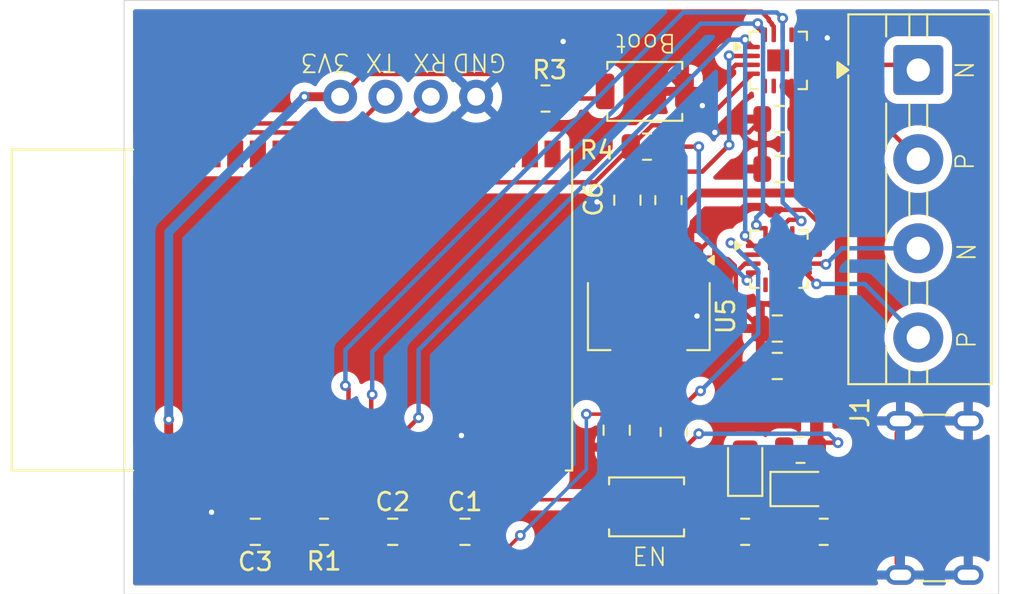
<source format=kicad_pcb>
(kicad_pcb (version 20241229) (generator "pcbnew") (generator_version "9.0")
  (layers (0 "F.Cu" signal) (2 "B.Cu" signal) (13 "F.Paste" user) (15 "B.Paste" user) (5 "F.SilkS" user "F.Silkscreen") (7 "B.SilkS" user "B.Silkscreen") (1 "F.Mask" user) (3 "B.Mask" user) (25 "Edge.Cuts" user))
  (net 0 "")
  (net 1 "+3V3")
  (net 2 "GND")
  (net 3 "/EN")
  (net 4 "+5V")
  (net 5 "Net-(D1-A)")
  (net 6 "Net-(J1-CC2)")
  (net 7 "Net-(J1-CC1)")
  (net 8 "Net-(J2-Pin_2)")
  (net 9 "Net-(J2-Pin_3)")
  (net 10 "Net-(J2-Pin_4)")
  (net 11 "Net-(J2-Pin_1)")
  (net 12 "/RX")
  (net 13 "/TX")
  (net 14 "Net-(U1-GPIO0{slash}BOOT{slash}ADC2_CH1)")
  (net 15 "Net-(U3-~{SD_MODE})")
  (net 16 "/GPIO18")
  (net 17 "Net-(U2-GAIN_SLOT)")
  (net 18 "Net-(U3-GAIN_SLOT)")
  (net 22 "/GPIO26")
  (net 28 "/GPIO27")
  (net 30 "/GPIO25")
  (footprint "PCM_Espressif:ESP32-WROVER-E" (layer "F.Cu") (at 85.1 57.16 90)
    (property "Reference" "U1" (hide yes))
    (property "Value" "ESP32-WROVER-E")
    (pad "1" smd rect (at -8.75 -8.255 90) (size 1.5 0.9) (layers "F.Cu" "F.Mask" "F.Paste") (net 2 "GND"))
    (pad "2" smd rect (at -8.75 -6.985 90) (size 1.5 0.9) (layers "F.Cu" "F.Mask" "F.Paste") (net 1 "+3V3"))
    (pad "3" smd rect (at -8.75 -5.715 90) (size 1.5 0.9) (layers "F.Cu" "F.Mask" "F.Paste") (net 3 "/EN"))
    (pad "4" smd rect (at -8.75 -4.445 90) (size 1.5 0.9) (layers "F.Cu" "F.Mask" "F.Paste"))
    (pad "5" smd rect (at -8.75 -3.175 90) (size 1.5 0.9) (layers "F.Cu" "F.Mask" "F.Paste"))
    (pad "6" smd rect (at -8.75 -1.905 90) (size 1.5 0.9) (layers "F.Cu" "F.Mask" "F.Paste"))
    (pad "7" smd rect (at -8.75 -0.635 90) (size 1.5 0.9) (layers "F.Cu" "F.Mask" "F.Paste"))
    (pad "8" smd rect (at -8.75 0.635 90) (size 1.5 0.9) (layers "F.Cu" "F.Mask" "F.Paste"))
    (pad "9" smd rect (at -8.75 1.905 90) (size 1.5 0.9) (layers "F.Cu" "F.Mask" "F.Paste"))
    (pad "10" smd rect (at -8.75 3.175 90) (size 1.5 0.9) (layers "F.Cu" "F.Mask" "F.Paste") (net 30 "/GPIO25"))
    (pad "11" smd rect (at -8.75 4.445 90) (size 1.5 0.9) (layers "F.Cu" "F.Mask" "F.Paste") (net 22 "/GPIO26"))
    (pad "12" smd rect (at -8.75 5.715 90) (size 1.5 0.9) (layers "F.Cu" "F.Mask" "F.Paste") (net 28 "/GPIO27"))
    (pad "13" smd rect (at -8.75 6.985 90) (size 1.5 0.9) (layers "F.Cu" "F.Mask" "F.Paste"))
    (pad "14" smd rect (at -8.75 8.255 90) (size 1.5 0.9) (layers "F.Cu" "F.Mask" "F.Paste"))
    (pad "15" smd rect (at -8.75 9.525 90) (size 1.5 0.9) (layers "F.Cu" "F.Mask" "F.Paste") (net 2 "GND"))
    (pad "16" smd rect (at -8.75 10.795 90) (size 1.5 0.9) (layers "F.Cu" "F.Mask" "F.Paste"))
    (pad "17" smd rect (at -8.75 12.065 90) (size 1.5 0.9) (layers "F.Cu" "F.Mask" "F.Paste"))
    (pad "18" smd rect (at -8.75 13.335 90) (size 1.5 0.9) (layers "F.Cu" "F.Mask" "F.Paste"))
    (pad "19" smd rect (at -8.75 14.605 90) (size 1.5 0.9) (layers "F.Cu" "F.Mask" "F.Paste"))
    (pad "20" smd rect (at 8.75 14.605 90) (size 1.5 0.9) (layers "F.Cu" "F.Mask" "F.Paste"))
    (pad "21" smd rect (at 8.75 13.335 90) (size 1.5 0.9) (layers "F.Cu" "F.Mask" "F.Paste"))
    (pad "22" smd rect (at 8.75 12.065 90) (size 1.5 0.9) (layers "F.Cu" "F.Mask" "F.Paste"))
    (pad "23" smd rect (at 8.75 10.795 90) (size 1.5 0.9) (layers "F.Cu" "F.Mask" "F.Paste"))
    (pad "24" smd rect (at 8.75 9.525 90) (size 1.5 0.9) (layers "F.Cu" "F.Mask" "F.Paste"))
    (pad "25" smd rect (at 8.75 8.255 90) (size 1.5 0.9) (layers "F.Cu" "F.Mask" "F.Paste") (net 14 "Net-(U1-GPIO0{slash}BOOT{slash}ADC2_CH1)"))
    (pad "26" smd rect (at 8.75 6.985 90) (size 1.5 0.9) (layers "F.Cu" "F.Mask" "F.Paste"))
    (pad "27" smd rect (at 8.75 5.715 90) (size 1.5 0.9) (layers "F.Cu" "F.Mask" "F.Paste"))
    (pad "28" smd rect (at 8.75 4.445 90) (size 1.5 0.9) (layers "F.Cu" "F.Mask" "F.Paste"))
    (pad "29" smd rect (at 8.75 3.175 90) (size 1.5 0.9) (layers "F.Cu" "F.Mask" "F.Paste"))
    (pad "30" smd rect (at 8.75 1.905 90) (size 1.5 0.9) (layers "F.Cu" "F.Mask" "F.Paste") (net 16 "/GPIO18"))
    (pad "31" smd rect (at 8.75 0.635 90) (size 1.5 0.9) (layers "F.Cu" "F.Mask" "F.Paste"))
    (pad "32" smd rect (at 8.75 -0.635 90) (size 1.5 0.9) (layers "F.Cu" "F.Mask" "F.Paste"))
    (pad "33" smd rect (at 8.75 -1.905 90) (size 1.5 0.9) (layers "F.Cu" "F.Mask" "F.Paste"))
    (pad "34" smd rect (at 8.75 -3.175 90) (size 1.5 0.9) (layers "F.Cu" "F.Mask" "F.Paste") (net 12 "/RX"))
    (pad "35" smd rect (at 8.75 -4.445 90) (size 1.5 0.9) (layers "F.Cu" "F.Mask" "F.Paste") (net 13 "/TX"))
    (pad "36" smd rect (at 8.75 -5.715 90) (size 1.5 0.9) (layers "F.Cu" "F.Mask" "F.Paste"))
    (pad "37" smd rect (at 8.75 -6.985 90) (size 1.5 0.9) (layers "F.Cu" "F.Mask" "F.Paste"))
    (pad "38" smd rect (at 8.75 -8.255 90) (size 1.5 0.9) (layers "F.Cu" "F.Mask" "F.Paste") (net 2 "GND"))
    (pad "39" smd rect (at -2.905 -1.86 90) (size 0.9 0.9) (layers "F.Cu" "F.Mask" "F.Paste") (net 2 "GND"))
    (pad "39" smd rect (at -2.9 -0.46 90) (size 0.9 0.9) (layers "F.Cu" "F.Mask" "F.Paste") (net 2 "GND"))
    (pad "39" smd rect (at -2.9 0.94 90) (size 0.9 0.9) (layers "F.Cu" "F.Mask" "F.Paste") (net 2 "GND"))
    (pad "39" smd rect (at -1.5 -1.86 90) (size 0.9 0.9) (layers "F.Cu" "F.Mask" "F.Paste") (net 2 "GND"))
    (pad "39" smd rect (at -1.5 -0.46 90) (size 0.9 0.9) (layers "F.Cu" "F.Mask" "F.Paste") (net 2 "GND"))
    (pad "39" smd rect (at -1.5 0.94 90) (size 0.9 0.9) (layers "F.Cu" "F.Mask" "F.Paste") (net 2 "GND"))
    (pad "39" smd rect (at -0.1 -1.86 90) (size 0.9 0.9) (layers "F.Cu" "F.Mask" "F.Paste") (net 2 "GND"))
    (pad "39" smd rect (at -0.1 -0.46 90) (size 0.9 0.9) (layers "F.Cu" "F.Mask" "F.Paste") (net 2 "GND"))
    (pad "39" smd rect (at -0.1 0.94 90) (size 0.9 0.9) (layers "F.Cu" "F.Mask" "F.Paste") (net 2 "GND"))
    (zone (net 0) (net_name "") (layers "F.Cu" "B.Cu") (name "antenna keepout") (connect_pads (clearance 0)) (min_thickness 0.254)
      (keepout (tracks not_allowed) (vias not_allowed) (pads not_allowed) (copperpour not_allowed) (footprints not_allowed))
      (fill (thermal_gap 0.508) (thermal_bridge_width 0.508))
      (polygon (pts (xy 75.705 48.16) (xy 75.705 66.16) (xy 69.405 66.16) (xy 69.405 48.16)))
    )
  )
  (footprint "Capacitor_SMD:C_0805_2012Metric" (layer "F.Cu") (at 112.3 58.2 180)
    (property "Reference" "C10" (hide yes))
    (property "Value" "0.1uF")
    (pad "1" smd roundrect (at -0.95 0 180) (size 1 1.45) (layers "F.Cu" "F.Mask" "F.Paste") (net 4 "+5V"))
    (pad "2" smd roundrect (at 0.95 0 180) (size 1 1.45) (layers "F.Cu" "F.Mask" "F.Paste") (net 2 "GND"))
  )
  (footprint "Resistor_SMD:R_0805_2012Metric" (layer "F.Cu") (at 113.6 65 180)
    (property "Reference" "R5" (hide yes))
    (property "Value" "2K")
    (pad "1" smd roundrect (at -0.9125 0 180) (size 1.025 1.4) (layers "F.Cu" "F.Mask" "F.Paste") (roundrect_rratio 0.243902) (net 4 "+5V"))
    (pad "2" smd roundrect (at 0.9125 0 180) (size 1.025 1.4) (layers "F.Cu" "F.Mask" "F.Paste") (roundrect_rratio 0.243902) (net 5 "Net-(D1-A)"))
  )
  (footprint "Resistor_SMD:R_0805_2012Metric" (layer "F.Cu") (at 99.3125 45.3 180)
    (property "Reference" "R3" (at -0.227064 1.6 0) (layer "F.SilkS"))
    (property "Value" "10K")
    (pad "1" smd roundrect (at -0.9125 0 180) (size 1.025 1.4) (layers "F.Cu" "F.Mask" "F.Paste") (roundrect_rratio 0.243902) (net 14 "Net-(U1-GPIO0{slash}BOOT{slash}ADC2_CH1)"))
    (pad "2" smd roundrect (at 0.9125 0 180) (size 1.025 1.4) (layers "F.Cu" "F.Mask" "F.Paste") (roundrect_rratio 0.243902) (net 1 "+3V3"))
  )
  (footprint "Button_Switch_SMD:SW_SPST_TS-1088-xR020" (layer "F.Cu") (at 104.975 68.2)
    (property "Reference" "SW1" (hide yes))
    (property "Value" "SW_Push" (hide yes))
    (pad "1" smd roundrect (at -2.225 0) (size 1.05 2) (layers "F.Cu" "F.Mask" "F.Paste") (roundrect_rratio 0.2380952381) (net 3 "/EN"))
    (pad "2" smd roundrect (at 2.225 0) (size 1.05 2) (layers "F.Cu" "F.Mask" "F.Paste") (roundrect_rratio 0.2380952381) (net 2 "GND"))
  )
  (footprint "Capacitor_SMD:C_0805_2012Metric" (layer "F.Cu") (at 112.41 49.2525 180)
    (property "Reference" "C8" (hide yes))
    (property "Value" "10uF")
    (pad "1" smd roundrect (at -0.95 0 180) (size 1 1.45) (layers "F.Cu" "F.Mask" "F.Paste") (net 4 "+5V"))
    (pad "2" smd roundrect (at 0.95 0 180) (size 1 1.45) (layers "F.Cu" "F.Mask" "F.Paste") (net 2 "GND"))
  )
  (footprint "Capacitor_SMD:C_0805_2012Metric" (layer "F.Cu") (at 90.75 69.6)
    (property "Reference" "C2" (at 0 -1.68 0) (layer "F.SilkS"))
    (property "Value" "0.1uF")
    (pad "1" smd roundrect (at -0.95 0) (size 1 1.45) (layers "F.Cu" "F.Mask" "F.Paste") (net 1 "+3V3"))
    (pad "2" smd roundrect (at 0.95 0) (size 1 1.45) (layers "F.Cu" "F.Mask" "F.Paste") (net 2 "GND"))
  )
  (footprint "Resistor_SMD:R_0805_2012Metric" (layer "F.Cu") (at 110.5 69.6 180)
    (property "Reference" "R6" (hide yes))
    (property "Value" "5.1K")
    (pad "1" smd roundrect (at -0.9125 0 180) (size 1.025 1.4) (layers "F.Cu" "F.Mask" "F.Paste") (roundrect_rratio 0.243902) (net 6 "Net-(J1-CC2)"))
    (pad "2" smd roundrect (at 0.9125 0 180) (size 1.025 1.4) (layers "F.Cu" "F.Mask" "F.Paste") (roundrect_rratio 0.243902) (net 2 "GND"))
  )
  (footprint "Package_DFN_QFN:TQFN-16-1EP_3x3mm_P0.5mm_EP1.23x1.23mm" (layer "F.Cu") (at 112.39 54.31)
    (property "Reference" "U3" (hide yes))
    (property "Value" "MAX98357A")
    (pad "1" smd roundrect (at -1.4375 -0.75) (size 0.825 0.25) (layers "F.Cu" "F.Mask" "F.Paste") (net 28 "/GPIO27"))
    (pad "2" smd roundrect (at -1.4375 -0.25) (size 0.825 0.25) (layers "F.Cu" "F.Mask" "F.Paste") (net 18 "Net-(U3-GAIN_SLOT)"))
    (pad "3" smd roundrect (at -1.4375 0.25) (size 0.825 0.25) (layers "F.Cu" "F.Mask" "F.Paste") (net 2 "GND"))
    (pad "4" smd roundrect (at -1.4375 0.75) (size 0.825 0.25) (layers "F.Cu" "F.Mask" "F.Paste") (net 15 "Net-(U3-~{SD_MODE})"))
    (pad "5" smd roundrect (at -0.75 1.4375) (size 0.25 0.825) (layers "F.Cu" "F.Mask" "F.Paste"))
    (pad "6" smd roundrect (at -0.25 1.4375) (size 0.25 0.825) (layers "F.Cu" "F.Mask" "F.Paste"))
    (pad "7" smd roundrect (at 0.25 1.4375) (size 0.25 0.825) (layers "F.Cu" "F.Mask" "F.Paste") (net 4 "+5V"))
    (pad "8" smd roundrect (at 0.75 1.4375) (size 0.25 0.825) (layers "F.Cu" "F.Mask" "F.Paste") (net 4 "+5V"))
    (pad "9" smd roundrect (at 1.4375 0.75) (size 0.825 0.25) (layers "F.Cu" "F.Mask" "F.Paste") (net 10 "Net-(J2-Pin_4)"))
    (pad "10" smd roundrect (at 1.4375 0.25) (size 0.825 0.25) (layers "F.Cu" "F.Mask" "F.Paste") (net 9 "Net-(J2-Pin_3)"))
    (pad "11" smd roundrect (at 1.4375 -0.25) (size 0.825 0.25) (layers "F.Cu" "F.Mask" "F.Paste") (net 2 "GND"))
    (pad "12" smd roundrect (at 1.4375 -0.75) (size 0.825 0.25) (layers "F.Cu" "F.Mask" "F.Paste"))
    (pad "13" smd roundrect (at 0.75 -1.4375) (size 0.25 0.825) (layers "F.Cu" "F.Mask" "F.Paste"))
    (pad "14" smd roundrect (at 0.25 -1.4375) (size 0.25 0.825) (layers "F.Cu" "F.Mask" "F.Paste") (net 30 "/GPIO25"))
    (pad "15" smd roundrect (at -0.25 -1.4375) (size 0.25 0.825) (layers "F.Cu" "F.Mask" "F.Paste") (net 2 "GND"))
    (pad "16" smd roundrect (at -0.75 -1.4375) (size 0.25 0.825) (layers "F.Cu" "F.Mask" "F.Paste") (net 22 "/GPIO26"))
    (pad "17" smd rect (at 0 0) (size 1.23 1.23) (property pad_prop_heatsink) (layers "F.Cu" "F.Mask"))
  )
  (footprint "Package_TO_SOT_SMD:SOT-223-3_TabPin2" (layer "F.Cu") (at 105.1 57.5 -90)
    (property "Reference" "U5" (at 0.0125 -4.3125 90) (layer "F.SilkS"))
    (property "Value" "AMS1117-3.3")
    (pad "1" smd roundrect (at -3.15 -2.3 270) (size 2 1.5) (layers "F.Cu" "F.Mask" "F.Paste") (net 2 "GND"))
    (pad "2" smd roundrect (at -3.15 0 270) (size 2 1.5) (layers "F.Cu" "F.Mask" "F.Paste") (net 1 "+3V3"))
    (pad "2" smd roundrect (at 3.15 0 270) (size 2 3.8) (layers "F.Cu" "F.Mask" "F.Paste") (net 1 "+3V3"))
    (pad "3" smd roundrect (at -3.15 2.3 270) (size 2 1.5) (layers "F.Cu" "F.Mask" "F.Paste") (net 4 "+5V"))
  )
  (footprint "Resistor_SMD:R_0805_2012Metric" (layer "F.Cu") (at 114.9 69.6 180)
    (property "Reference" "R7" (hide yes))
    (property "Value" "5.1K")
    (pad "1" smd roundrect (at -0.9125 0 180) (size 1.025 1.4) (layers "F.Cu" "F.Mask" "F.Paste") (roundrect_rratio 0.243902) (net 7 "Net-(J1-CC1)"))
    (pad "2" smd roundrect (at 0.9125 0 180) (size 1.025 1.4) (layers "F.Cu" "F.Mask" "F.Paste") (roundrect_rratio 0.243902) (net 2 "GND"))
  )
  (footprint "TerminalBlock:TerminalBlock_MaiXu_MX126-5.0-04P_1x04_P5.00mm" (layer "F.Cu") (at 120.2 43.7 -90)
    (property "Reference" "J2" (hide yes))
    (property "Value" "Screw_Terminal_01x04")
    (pad "1" thru_hole roundrect (at 0 0 270) (size 2.8 2.8) (drill 1.3) (layers "*.Cu" "*.Mask") (roundrect_rratio 0.089286) (net 11 "Net-(J2-Pin_1)"))
    (pad "2" thru_hole circle (at 5 0 270) (size 2.8 2.8) (drill 1.3) (layers "*.Cu" "*.Mask") (net 8 "Net-(J2-Pin_2)"))
    (pad "3" thru_hole circle (at 10 0 270) (size 2.8 2.8) (drill 1.3) (layers "*.Cu" "*.Mask") (net 9 "Net-(J2-Pin_3)"))
    (pad "4" thru_hole circle (at 15 0 270) (size 2.8 2.8) (drill 1.3) (layers "*.Cu" "*.Mask") (net 10 "Net-(J2-Pin_4)"))
  )
  (footprint "Capacitor_SMD:C_0805_2012Metric" (layer "F.Cu") (at 103.9 51 90)
    (property "Reference" "C6" (at 0.05 -1.9 90) (layer "F.SilkS"))
    (property "Value" "22uF")
    (pad "1" smd roundrect (at -0.95 0 90) (size 1 1.45) (layers "F.Cu" "F.Mask" "F.Paste") (net 4 "+5V"))
    (pad "2" smd roundrect (at 0.95 0 90) (size 1 1.45) (layers "F.Cu" "F.Mask" "F.Paste") (net 2 "GND"))
  )
  (footprint "Capacitor_SMD:C_0805_2012Metric" (layer "F.Cu") (at 103.3 63.9 -90)
    (property "Reference" "C5" (hide yes))
    (property "Value" "22uF")
    (pad "1" smd roundrect (at -0.95 0 270) (size 1 1.45) (layers "F.Cu" "F.Mask" "F.Paste") (net 1 "+3V3"))
    (pad "2" smd roundrect (at 0.95 0 270) (size 1 1.45) (layers "F.Cu" "F.Mask" "F.Paste") (net 2 "GND"))
  )
  (footprint "Connector_USB:USB_C_Receptacle_GCT_USB4125-xx-x-0190_6P_TopMnt_Horizontal" (layer "F.Cu") (at 122.2 67.7 90)
    (property "Reference" "J1" (at 4.8 -5.2625 90) (layer "F.SilkS"))
    (property "Value" "USB_C_Receptacle_PowerOnly_6P" (hide yes))
    (pad "A5" smd roundrect (at -0.5 -3.08 90) (size 0.7 1.2) (layers "F.Cu" "F.Mask" "F.Paste") (net 7 "Net-(J1-CC1)"))
    (pad "A9" smd roundrect (at 1.52 -3.08 270) (size 0.76 1.2) (layers "F.Cu" "F.Mask" "F.Paste") (net 4 "+5V"))
    (pad "A12" smd roundrect (at 2.75 -3.08 270) (size 0.8 1.2) (layers "F.Cu" "F.Mask" "F.Paste") (net 2 "GND"))
    (pad "B5" smd roundrect (at 0.5 -3.08 270) (size 0.7 1.2) (layers "F.Cu" "F.Mask" "F.Paste") (net 6 "Net-(J1-CC2)"))
    (pad "B9" smd roundrect (at -1.52 -3.08 90) (size 0.76 1.2) (layers "F.Cu" "F.Mask" "F.Paste") (net 4 "+5V"))
    (pad "B12" smd roundrect (at -2.75 -3.08 90) (size 0.8 1.2) (layers "F.Cu" "F.Mask" "F.Paste") (net 2 "GND"))
    (pad "S1" thru_hole oval (at -4.32 -3 90) (size 1.1 1.7) (drill oval 0.6 1.2) (property pad_prop_heatsink) (layers "*.Cu" "*.Mask" "F.Paste") (net 2 "GND"))
    (pad "S1" thru_hole oval (at -4.32 0.8 90) (size 1.1 1.7) (drill oval 0.6 1.2) (property pad_prop_heatsink) (layers "*.Cu" "*.Mask" "F.Paste") (net 2 "GND"))
    (pad "S1" thru_hole oval (at 4.32 -3 90) (size 1.1 1.7) (drill oval 0.6 1.2) (property pad_prop_heatsink) (layers "*.Cu" "*.Mask" "F.Paste") (net 2 "GND"))
    (pad "S1" thru_hole oval (at 4.32 0.8 90) (size 1.1 1.7) (drill oval 0.6 1.2) (property pad_prop_heatsink) (layers "*.Cu" "*.Mask" "F.Paste") (net 2 "GND"))
  )
  (footprint "Button_Switch_SMD:SW_SPST_TS-1088-xR020" (layer "F.Cu") (at 104.875 44.9)
    (property "Reference" "Boot" (hide yes))
    (property "Value" "SW_Push")
    (pad "1" smd roundrect (at -2.225 0) (size 1.05 2) (layers "F.Cu" "F.Mask" "F.Paste") (roundrect_rratio 0.2380952381) (net 14 "Net-(U1-GPIO0{slash}BOOT{slash}ADC2_CH1)"))
    (pad "2" smd roundrect (at 2.225 0) (size 1.05 2) (layers "F.Cu" "F.Mask" "F.Paste") (roundrect_rratio 0.2380952381) (net 2 "GND"))
  )
  (footprint "Capacitor_SMD:C_0805_2012Metric" (layer "F.Cu") (at 112.41 46.4525 180)
    (property "Reference" "C7" (hide yes))
    (property "Value" "0.1uF")
    (pad "1" smd roundrect (at -0.95 0 180) (size 1 1.45) (layers "F.Cu" "F.Mask" "F.Paste") (net 4 "+5V"))
    (pad "2" smd roundrect (at 0.95 0 180) (size 1 1.45) (layers "F.Cu" "F.Mask" "F.Paste") (net 2 "GND"))
  )
  (footprint "Resistor_SMD:R_0805_2012Metric" (layer "F.Cu") (at 106.2 51 90)
    (property "Reference" "R8" (hide yes))
    (property "Value" "100K")
    (pad "1" smd roundrect (at -0.9125 0 90) (size 1.025 1.4) (layers "F.Cu" "F.Mask" "F.Paste") (roundrect_rratio 0.243902) (net 4 "+5V"))
    (pad "2" smd roundrect (at 0.9125 0 90) (size 1.025 1.4) (layers "F.Cu" "F.Mask" "F.Paste") (roundrect_rratio 0.243902) (net 17 "Net-(U2-GAIN_SLOT)"))
  )
  (footprint "LED_SMD:LED_0805_2012Metric" (layer "F.Cu") (at 110.5 65.9 90)
    (property "Reference" "D1" (hide yes))
    (property "Value" "LED" (hide yes))
    (pad "1" smd roundrect (at -0.9375 0 90) (size 0.975 1.4) (layers "F.Cu" "F.Mask" "F.Paste") (net 2 "GND"))
    (pad "2" smd roundrect (at 0.9375 0 90) (size 0.975 1.4) (layers "F.Cu" "F.Mask" "F.Paste") (net 5 "Net-(D1-A)"))
  )
  (footprint "Capacitor_SMD:C_0805_2012Metric" (layer "F.Cu") (at 94.8 69.6)
    (property "Reference" "C1" (at 0 -1.68 0) (layer "F.SilkS"))
    (property "Value" "22uF")
    (pad "1" smd roundrect (at -0.95 0) (size 1 1.45) (layers "F.Cu" "F.Mask" "F.Paste") (net 1 "+3V3"))
    (pad "2" smd roundrect (at 0.95 0) (size 1 1.45) (layers "F.Cu" "F.Mask" "F.Paste") (net 2 "GND"))
  )
  (footprint "Resistor_SMD:R_0805_2012Metric" (layer "F.Cu") (at 86.9 69.6 180)
    (property "Reference" "R1" (at 0 -1.65 0) (layer "F.SilkS"))
    (property "Value" "10K")
    (pad "1" smd roundrect (at -0.9125 0 180) (size 1.025 1.4) (layers "F.Cu" "F.Mask" "F.Paste") (roundrect_rratio 0.243902) (net 1 "+3V3"))
    (pad "2" smd roundrect (at 0.9125 0 180) (size 1.025 1.4) (layers "F.Cu" "F.Mask" "F.Paste") (roundrect_rratio 0.243902) (net 3 "/EN"))
  )
  (footprint "Diode_SMD:D_0805_2012Metric" (layer "F.Cu") (at 113.6 67.2)
    (property "Reference" "D2" (hide yes))
    (property "Value" "ESD9B3.3ST5G" (hide yes))
    (pad "1" smd roundrect (at -0.9375 0) (size 0.975 1.4) (layers "F.Cu" "F.Mask" "F.Paste") (net 2 "GND"))
    (pad "2" smd roundrect (at 0.9375 0) (size 0.975 1.4) (layers "F.Cu" "F.Mask" "F.Paste") (net 4 "+5V"))
  )
  (footprint "Capacitor_SMD:C_0805_2012Metric" (layer "F.Cu") (at 112.3 60.3 180)
    (property "Reference" "C9" (hide yes))
    (property "Value" "10uF")
    (pad "1" smd roundrect (at -0.95 0 180) (size 1 1.45) (layers "F.Cu" "F.Mask" "F.Paste") (net 4 "+5V"))
    (pad "2" smd roundrect (at 0.95 0 180) (size 1 1.45) (layers "F.Cu" "F.Mask" "F.Paste") (net 2 "GND"))
  )
  (footprint "Resistor_SMD:R_0805_2012Metric" (layer "F.Cu") (at 106.5 64 90)
    (property "Reference" "R9" (hide yes))
    (property "Value" "100K")
    (pad "1" smd roundrect (at -0.9125 0 90) (size 1.025 1.4) (layers "F.Cu" "F.Mask" "F.Paste") (roundrect_rratio 0.243902) (net 4 "+5V"))
    (pad "2" smd roundrect (at 0.9125 0 90) (size 1.025 1.4) (layers "F.Cu" "F.Mask" "F.Paste") (roundrect_rratio 0.243902) (net 18 "Net-(U3-GAIN_SLOT)"))
  )
  (footprint "Package_DFN_QFN:TQFN-16-1EP_3x3mm_P0.5mm_EP1.23x1.23mm" (layer "F.Cu") (at 112.35 43.1625)
    (property "Reference" "U2" (hide yes))
    (property "Value" "MAX98357A")
    (pad "1" smd roundrect (at -1.4375 -0.75) (size 0.825 0.25) (layers "F.Cu" "F.Mask" "F.Paste") (net 28 "/GPIO27"))
    (pad "2" smd roundrect (at -1.4375 -0.25) (size 0.825 0.25) (layers "F.Cu" "F.Mask" "F.Paste") (net 17 "Net-(U2-GAIN_SLOT)"))
    (pad "3" smd roundrect (at -1.4375 0.25) (size 0.825 0.25) (layers "F.Cu" "F.Mask" "F.Paste") (net 2 "GND"))
    (pad "4" smd roundrect (at -1.4375 0.75) (size 0.825 0.25) (layers "F.Cu" "F.Mask" "F.Paste") (net 16 "/GPIO18"))
    (pad "5" smd roundrect (at -0.75 1.4375) (size 0.25 0.825) (layers "F.Cu" "F.Mask" "F.Paste"))
    (pad "6" smd roundrect (at -0.25 1.4375) (size 0.25 0.825) (layers "F.Cu" "F.Mask" "F.Paste"))
    (pad "7" smd roundrect (at 0.25 1.4375) (size 0.25 0.825) (layers "F.Cu" "F.Mask" "F.Paste") (net 4 "+5V"))
    (pad "8" smd roundrect (at 0.75 1.4375) (size 0.25 0.825) (layers "F.Cu" "F.Mask" "F.Paste") (net 4 "+5V"))
    (pad "9" smd roundrect (at 1.4375 0.75) (size 0.825 0.25) (layers "F.Cu" "F.Mask" "F.Paste") (net 8 "Net-(J2-Pin_2)"))
    (pad "10" smd roundrect (at 1.4375 0.25) (size 0.825 0.25) (layers "F.Cu" "F.Mask" "F.Paste") (net 11 "Net-(J2-Pin_1)"))
    (pad "11" smd roundrect (at 1.4375 -0.25) (size 0.825 0.25) (layers "F.Cu" "F.Mask" "F.Paste") (net 2 "GND"))
    (pad "12" smd roundrect (at 1.4375 -0.75) (size 0.825 0.25) (layers "F.Cu" "F.Mask" "F.Paste"))
    (pad "13" smd roundrect (at 0.75 -1.4375) (size 0.25 0.825) (layers "F.Cu" "F.Mask" "F.Paste"))
    (pad "14" smd roundrect (at 0.25 -1.4375) (size 0.25 0.825) (layers "F.Cu" "F.Mask" "F.Paste") (net 30 "/GPIO25"))
    (pad "15" smd roundrect (at -0.25 -1.4375) (size 0.25 0.825) (layers "F.Cu" "F.Mask" "F.Paste") (net 2 "GND"))
    (pad "16" smd roundrect (at -0.75 -1.4375) (size 0.25 0.825) (layers "F.Cu" "F.Mask" "F.Paste") (net 22 "/GPIO26"))
    (pad "17" smd rect (at 0 0) (size 1.23 1.23) (property pad_prop_heatsink) (layers "F.Cu" "F.Mask"))
  )
  (footprint "Resistor_SMD:R_0805_2012Metric" (layer "F.Cu") (at 105 48)
    (property "Reference" "R4" (at -2.8 0.2 0) (layer "F.SilkS"))
    (property "Value" "100K")
    (pad "1" smd roundrect (at -0.9125 0) (size 1.025 1.4) (layers "F.Cu" "F.Mask" "F.Paste") (roundrect_rratio 0.243902) (net 16 "/GPIO18"))
    (pad "2" smd roundrect (at 0.9125 0) (size 1.025 1.4) (layers "F.Cu" "F.Mask" "F.Paste") (roundrect_rratio 0.243902) (net 15 "Net-(U3-~{SD_MODE})"))
  )
  (footprint "Capacitor_SMD:C_0805_2012Metric" (layer "F.Cu") (at 83.05 69.6 180)
    (property "Reference" "C3" (at 0 -1.68 0) (layer "F.SilkS"))
    (property "Value" "0.1uF")
    (pad "1" smd roundrect (at -0.95 0 180) (size 1 1.45) (layers "F.Cu" "F.Mask" "F.Paste") (net 3 "/EN"))
    (pad "2" smd roundrect (at 0.95 0 180) (size 1 1.45) (layers "F.Cu" "F.Mask" "F.Paste") (net 2 "GND"))
  )
  (footprint "my-footprints:下载孔" (layer "F.Cu") (at 87.8025 45.2)
    (property "Reference" "J3" (hide yes))
    (property "Value" "Conn_01x04_Socket" (hide yes))
    (pad "1" thru_hole circle (at 0 0) (size 1.905 1.905) (drill 1) (layers "*.Cu" "*.Mask") (net 1 "+3V3"))
    (pad "2" thru_hole circle (at 2.54 0) (size 1.905 1.905) (drill 1) (layers "*.Cu" "*.Mask") (net 13 "/TX"))
    (pad "3" thru_hole circle (at 5.08 0) (size 1.905 1.905) (drill 1) (layers "*.Cu" "*.Mask") (net 12 "/RX"))
    (pad "4" thru_hole circle (at 7.62 0) (size 1.905 1.905) (drill 1) (layers "*.Cu" "*.Mask") (net 2 "GND"))
  )
  (gr_rect (start 75.7 39.8) (end 124.7 73.1) (stroke (width 0.05)) (fill no) (layer "Edge.Cuts"))
  (gr_text "GND" (at 97.2 42.7 180) (layer "F.SilkS") (effects (font (size 1 1) (thickness 0.1)) (justify left bottom)))
  (gr_text "P" (at 123.5 59.4 90) (layer "F.SilkS") (effects (font (size 1 1) (thickness 0.1)) (justify left bottom)))
  (gr_text "Boot" (at 106.7 41.6 180) (layer "F.SilkS") (effects (font (size 1 1) (thickness 0.1)) (justify left bottom)))
  (gr_text "3V3" (at 88.4 42.7 180) (layer "F.SilkS") (effects (font (size 1 1) (thickness 0.1)) (justify left bottom)))
  (gr_text "EN" (at 104.1 71.6 0) (layer "F.SilkS") (effects (font (size 1 1) (thickness 0.1)) (justify left bottom)))
  (gr_text "N" (at 123.5 54.5 90) (layer "F.SilkS") (effects (font (size 1 1) (thickness 0.1)) (justify left bottom)))
  (gr_text "P" (at 123.4 49.4 90) (layer "F.SilkS") (effects (font (size 1 1) (thickness 0.1)) (justify left bottom)))
  (gr_text "RX" (at 93.9 42.7 180) (layer "F.SilkS") (effects (font (size 1 1) (thickness 0.1)) (justify left bottom)))
  (gr_text "TX" (at 91 42.7 180) (layer "F.SilkS") (effects (font (size 1 1) (thickness 0.1)) (justify left bottom)))
  (gr_text "N" (at 123.4 44.3 90) (layer "F.SilkS") (effects (font (size 1 1) (thickness 0.1)) (justify left bottom)))
  (segment (start 87.4125 69.6) (end 89.8 69.6) (width 0.2) (layer "F.Cu") (net 1))
  (segment (start 105.1 60.65) (end 105.1 54.35) (width 0.75) (layer "F.Cu") (net 1))
  (segment (start 93.85 69.6) (end 94.876 70.626) (width 0.2) (layer "F.Cu") (net 1))
  (segment (start 105.1 60.65) (end 105.1 61.15) (width 0.75) (layer "F.Cu") (net 1))
  (segment (start 103.25 63) (end 103.3 62.95) (width 0.2) (layer "F.Cu") (net 1))
  (segment (start 78.2 65.825) (end 78.115 65.91) (width 0.5) (layer "F.Cu") (net 1))
  (segment (start 98.4 45.3) (end 97.0215 43.9215) (width 0.25) (layer "F.Cu") (net 1))
  (segment (start 81.61484 70.626) (end 86.7865 70.626) (width 0.2) (layer "F.Cu") (net 1))
  (segment (start 78.2 63.3) (end 78.2 65.825) (width 0.5) (layer "F.Cu") (net 1))
  (segment (start 89.8 69.6) (end 90.826 70.626) (width 0.2) (layer "F.Cu") (net 1))
  (segment (start 78.115 65.91) (end 78.115 67.12616) (width 0.2) (layer "F.Cu") (net 1))
  (segment (start 97.0215 43.9215) (end 89.081 43.9215) (width 0.25) (layer "F.Cu") (net 1))
  (segment (start 101.6 63) (end 103.25 63) (width 0.2) (layer "F.Cu") (net 1))
  (segment (start 97.074 70.626) (end 97.9 69.8) (width 0.2) (layer "F.Cu") (net 1))
  (segment (start 105.1 61.15) (end 103.3 62.95) (width 0.75) (layer "F.Cu") (net 1))
  (segment (start 86.7865 70.626) (end 87.8125 69.6) (width 0.2) (layer "F.Cu") (net 1))
  (segment (start 94.876 70.626) (end 97.074 70.626) (width 0.2) (layer "F.Cu") (net 1))
  (segment (start 87.8025 45.2) (end 85.8 45.2) (width 0.5) (layer "F.Cu") (net 1))
  (segment (start 90.826 70.626) (end 92.824 70.626) (width 0.2) (layer "F.Cu") (net 1))
  (segment (start 89.081 43.9215) (end 87.8025 45.2) (width 0.25) (layer "F.Cu") (net 1))
  (segment (start 78.115 67.12616) (end 81.61484 70.626) (width 0.2) (layer "F.Cu") (net 1))
  (segment (start 92.824 70.626) (end 93.85 69.6) (width 0.2) (layer "F.Cu") (net 1))
  (via (at 101.6 63) (size 0.6) (drill 0.3) (layers "F.Cu" "B.Cu") (net 1))
  (via (at 78.2 63.3) (size 0.6) (drill 0.3) (layers "F.Cu" "B.Cu") (net 1))
  (via (at 85.8 45.2) (size 0.6) (drill 0.3) (layers "F.Cu" "B.Cu") (net 1))
  (via (at 97.9 69.8) (size 0.6) (drill 0.3) (layers "F.Cu" "B.Cu") (net 1))
  (segment (start 78.2 52.8) (end 78.2 63.3) (width 0.5) (layer "B.Cu") (net 1))
  (segment (start 85.8 45.2) (end 78.2 52.8) (width 0.5) (layer "B.Cu") (net 1))
  (segment (start 101.6 66.1) (end 101.6 63) (width 0.2) (layer "B.Cu") (net 1))
  (segment (start 97.9 69.8) (end 101.6 66.1) (width 0.2) (layer "B.Cu") (net 1))
  (segment (start 112.495332 51.544668) (end 112.14 51.9) (width 0.25) (layer "F.Cu") (net 2))
  (segment (start 110.488846 54.56) (end 109.974 55.074846) (width 0.25) (layer "F.Cu") (net 2))
  (segment (start 94.625 64.225) (end 94.6 64.2) (width 0.25) (layer "F.Cu") (net 2))
  (segment (start 112 41.1) (end 111.826 40.926) (width 0.25) (layer "F.Cu") (net 2))
  (segment (start 112.14 51.9) (end 112.14 51.80219) (width 0.25) (layer "F.Cu") (net 2))
  (segment (start 94.625 65.91) (end 94.625 64.225) (width 0.25) (layer "F.Cu") (net 2))
  (segment (start 114.679702 52.322681) (end 113.901689 51.544668) (width 0.25) (layer "F.Cu") (net 2))
  (segment (start 113.7875 42.9125) (end 114.251154 42.9125) (width 0.25) (layer "F.Cu") (net 2))
  (segment (start 103.25 50.05) (end 102.2 51.1) (width 0.25) (layer "F.Cu") (net 2))
  (segment (start 82.1 69.6) (end 81.7 69.6) (width 0.25) (layer "F.Cu") (net 2))
  (segment (start 109.974 55.074846) (end 109.974 56.824) (width 0.25) (layer "F.Cu") (net 2))
  (segment (start 109.972798 43.4125) (end 108.485298 44.9) (width 0.25) (layer "F.Cu") (net 2))
  (segment (start 110.7125 47.2) (end 108.8 47.2) (width 0.25) (layer "F.Cu") (net 2))
  (segment (start 110.9125 43.4125) (end 109.972798 43.4125) (width 0.25) (layer "F.Cu") (net 2))
  (segment (start 111.826 40.926) (end 111.826 40.840702) (width 0.25) (layer "F.Cu") (net 2))
  (segment (start 96.65 68.7) (end 97.2 68.7) (width 0.25) (layer "F.Cu") (net 2))
  (segment (start 111.61181 51.274) (end 110.476 51.274) (width 0.25) (layer "F.Cu") (net 2))
  (segment (start 111.411298 40.426) (end 107.474 40.426) (width 0.25) (layer "F.Cu") (net 2))
  (segment (start 114.251154 42.9125) (end 115.1 42.063654) (width 0.25) (layer "F.Cu") (net 2))
  (segment (start 107.5 54.35) (end 111.35 58.2) (width 0.25) (layer "F.Cu") (net 2))
  (segment (start 115.1 42.063654) (end 115.1 41.9) (width 0.25) (layer "F.Cu") (net 2))
  (segment (start 107.1 44.9) (end 105.05 42.85) (width 0.25) (layer "F.Cu") (net 2))
  (segment (start 81.7 69.6) (end 80.6 68.5) (width 0.25) (layer "F.Cu") (net 2))
  (segment (start 112.1 41.725) (end 112.1 41.261346) (width 0.25) (layer "F.Cu") (net 2))
  (segment (start 111.46 46.4525) (end 110.7125 47.2) (width 0.25) (layer "F.Cu") (net 2))
  (segment (start 112.3 66.8375) (end 112.6625 67.2) (width 0.25) (layer "F.Cu") (net 2))
  (segment (start 108.485298 44.9) (end 107.1 44.9) (width 0.25) (layer "F.Cu") (net 2))
  (segment (start 92.9 68.4) (end 94.55 68.4) (width 0.25) (layer "F.Cu") (net 2))
  (segment (start 109.974 56.824) (end 111.35 58.2) (width 0.25) (layer "F.Cu") (net 2))
  (segment (start 104.3 42.1) (end 100.3 42.1) (width 0.25) (layer "F.Cu") (net 2))
  (segment (start 107.4 54.35) (end 107.5 54.35) (width 0.25) (layer "F.Cu") (net 2))
  (segment (start 108.1 45.7) (end 107.9 45.7) (width 0.25) (layer "F.Cu") (net 2))
  (segment (start 95.75 69.6) (end 96.65 68.7) (width 0.25) (layer "F.Cu") (net 2))
  (segment (start 91.7 69.6) (end 92.9 68.4) (width 0.25) (layer "F.Cu") (net 2))
  (segment (start 112.1 41.261346) (end 112 41.161346) (width 0.25) (layer "F.Cu") (net 2))
  (segment (start 112 41.161346) (end 112 41.1) (width 0.25) (layer "F.Cu") (net 2))
  (segment (start 107.9 45.7) (end 107.1 44.9) (width 0.25) (layer "F.Cu") (net 2))
  (segment (start 113.901689 51.544668) (end 112.495332 51.544668) (width 0.25) (layer "F.Cu") (net 2))
  (segment (start 113.8275 54.06) (end 114.679702 54.06) (width 0.25) (layer "F.Cu") (net 2))
  (segment (start 103.9 50.05) (end 103.25 50.05) (width 0.25) (layer "F.Cu") (net 2))
  (segment (start 112.14 51.80219) (end 111.61181 51.274) (width 0.25) (layer "F.Cu") (net 2))
  (segment (start 94.55 68.4) (end 95.75 69.6) (width 0.25) (layer "F.Cu") (net 2))
  (segment (start 110.476 51.274) (end 107.4 54.35) (width 0.25) (layer "F.Cu") (net 2))
  (segment (start 110.9525 54.56) (end 110.488846 54.56) (width 0.25) (layer "F.Cu") (net 2))
  (segment (start 107.474 40.426) (end 105.05 42.85) (width 0.25) (layer "F.Cu") (net 2))
  (segment (start 105.05 42.85) (end 104.3 42.1) (width 0.25) (layer "F.Cu") (net 2))
  (segment (start 114.679702 54.06) (end 114.679702 52.322681) (width 0.25) (layer "F.Cu") (net 2))
  (segment (start 110.5 66.8375) (end 112.3 66.8375) (width 0.25) (layer "F.Cu") (net 2))
  (segment (start 111.826 40.840702) (end 111.411298 40.426) (width 0.25) (layer "F.Cu") (net 2))
  (segment (start 112.14 52.5725) (end 112.14 51.9) (width 0.25) (layer "F.Cu") (net 2))
  (via (at 80.6 68.5) (size 0.6) (drill 0.3) (layers "F.Cu" "B.Cu") (net 2))
  (via (at 108.1 45.7) (size 0.6) (drill 0.3) (layers "F.Cu" "B.Cu") (net 2))
  (via (at 108.8 47.2) (size 0.6) (drill 0.3) (layers "F.Cu" "B.Cu") (net 2))
  (via (at 102.2 51.1) (size 0.6) (drill 0.3) (layers "F.Cu" "B.Cu") (net 2))
  (via (at 100.3 42.1) (size 0.6) (drill 0.3) (layers "F.Cu" "B.Cu") (net 2))
  (via (at 115.1 41.9) (size 0.6) (drill 0.3) (layers "F.Cu" "B.Cu") (net 2))
  (via (at 94.6 64.2) (size 0.6) (drill 0.3) (layers "F.Cu" "B.Cu") (net 2))
  (via (at 107.8 57.5) (size 0.6) (drill 0.3) (layers "F.Cu" "B.Cu") (net 2))
  (segment (start 108.8 47.2) (end 108.8 46.4) (width 0.25) (layer "B.Cu") (net 2))
  (segment (start 107.6 45.7) (end 108.1 45.7) (width 0.25) (layer "B.Cu") (net 2))
  (segment (start 108.8 46.4) (end 108.1 45.7) (width 0.25) (layer "B.Cu") (net 2))
  (segment (start 102.2 51.1) (end 107.6 45.7) (width 0.25) (layer "B.Cu") (net 2))
  (segment (start 100.3 42.1) (end 98.5225 42.1) (width 0.25) (layer "B.Cu") (net 2))
  (segment (start 98.5225 42.1) (end 95.4225 45.2) (width 0.25) (layer "B.Cu") (net 2))
  (segment (start 87.7875 67.8) (end 102.35 67.8) (width 0.2) (layer "F.Cu") (net 3))
  (segment (start 84 69.6) (end 85.9875 69.6) (width 0.2) (layer "F.Cu") (net 3))
  (segment (start 79.385 65.91) (end 79.385 66.34416) (width 0.2) (layer "F.Cu") (net 3))
  (segment (start 85.9875 69.6) (end 87.7875 67.8) (width 0.2) (layer "F.Cu") (net 3))
  (segment (start 82.974 68.574) (end 84 69.6) (width 0.2) (layer "F.Cu") (net 3))
  (segment (start 81.61484 68.574) (end 82.974 68.574) (width 0.2) (layer "F.Cu") (net 3))
  (segment (start 102.35 67.8) (end 102.75 68.2) (width 0.2) (layer "F.Cu") (net 3))
  (segment (start 79.385 66.34416) (end 81.61484 68.574) (width 0.2) (layer "F.Cu") (net 3))
  (segment (start 114.15375 50.04625) (end 113.36 49.2525) (width 0.75) (layer "F.Cu") (net 4))
  (segment (start 114.5125 61.5625) (end 114.5125 60.375) (width 0.75) (layer "F.Cu") (net 4))
  (segment (start 107.0875 64.9125) (end 107.9 64.1) (width 0.25) (layer "F.Cu") (net 4))
  (segment (start 113.36 45.159) (end 112.801 44.6) (width 0.75) (layer "F.Cu") (net 4))
  (segment (start 114.5125 62.8) (end 114.5125 61.5625) (width 0.75) (layer "F.Cu") (net 4))
  (segment (start 103.9 53.25) (end 102.8 54.35) (width 0.5) (layer "F.Cu") (net 4))
  (segment (start 114.5375 67.2) (end 114.5375 65.025) (width 0.75) (layer "F.Cu") (net 4))
  (segment (start 113.25 59.2) (end 113.25 58.2) (width 0.75) (layer "F.Cu") (net 4))
  (segment (start 113.36 49.2525) (end 113.36 45.159) (width 0.75) (layer "F.Cu") (net 4))
  (segment (start 106.5875 51.9125) (end 107.9 50.6) (width 0.5) (layer "F.Cu") (net 4))
  (segment (start 115.5575 66.18) (end 114.5375 67.2) (width 0.75) (layer "F.Cu") (net 4))
  (segment (start 103.9 51.95) (end 103.9 53.25) (width 0.5) (layer "F.Cu") (net 4))
  (segment (start 119.766924 69.22) (end 120.296 68.690924) (width 0.75) (layer "F.Cu") (net 4))
  (segment (start 107.9 50.6) (end 113.6 50.6) (width 0.5) (layer "F.Cu") (net 4))
  (segment (start 119.12 69.22) (end 119.766924 69.22) (width 0.75) (layer "F.Cu") (net 4))
  (segment (start 120.296 68.690924) (end 120.296 66.709076) (width 0.75) (layer "F.Cu") (net 4))
  (segment (start 103.9 51.95) (end 106.1625 51.95) (width 0.5) (layer "F.Cu") (net 4))
  (segment (start 115.9 58.9875) (end 115.9 51.7925) (width 0.75) (layer "F.Cu") (net 4))
  (segment (start 106.5 64.9125) (end 107.0875 64.9125) (width 0.25) (layer "F.Cu") (net 4))
  (segment (start 114.85375 50.74625) (end 114.15375 50.04625) (width 0.75) (layer "F.Cu") (net 4))
  (segment (start 115.9 51.7925) (end 114.85375 50.74625) (width 0.75) (layer "F.Cu") (net 4))
  (segment (start 114.9125 64.6) (end 114.5125 65) (width 0.25) (layer "F.Cu") (net 4))
  (segment (start 113.25 59.2) (end 113.25 56.1565) (width 0.75) (layer "F.Cu") (net 4))
  (segment (start 115.7 64.6) (end 114.9125 64.6) (width 0.25) (layer "F.Cu") (net 4))
  (segment (start 119.12 66.18) (end 115.5575 66.18) (width 0.75) (layer "F.Cu") (net 4))
  (segment (start 106.1625 51.95) (end 106.2 51.9125) (width 0.5) (layer "F.Cu") (net 4))
  (segment (start 120.296 66.709076) (end 119.766924 66.18) (width 0.75) (layer "F.Cu") (net 4))
  (segment (start 114.5375 65.025) (end 114.5125 65) (width 0.75) (layer "F.Cu") (net 4))
  (segment (start 114.5125 60.375) (end 115.9 58.9875) (width 0.75) (layer "F.Cu") (net 4))
  (segment (start 113.25 56.1565) (end 112.841 55.7475) (width 0.75) (layer "F.Cu") (net 4))
  (segment (start 113.25 60.3) (end 113.25 59.2) (width 0.75) (layer "F.Cu") (net 4))
  (segment (start 106.2 51.9125) (end 106.5875 51.9125) (width 0.5) (layer "F.Cu") (net 4))
  (segment (start 119.766924 66.18) (end 119.12 66.18) (width 0.75) (layer "F.Cu") (net 4))
  (segment (start 114.5125 61.5625) (end 113.25 60.3) (width 0.75) (layer "F.Cu") (net 4))
  (segment (start 114.5125 65) (end 114.5125 62.8) (width 0.75) (layer "F.Cu") (net 4))
  (segment (start 113.6 50.6) (end 114.15375 50.04625) (width 0.5) (layer "F.Cu") (net 4))
  (via (at 115.7 64.6) (size 0.6) (drill 0.3) (layers "F.Cu" "B.Cu") (net 4))
  (via (at 107.9 64.1) (size 0.6) (drill 0.3) (layers "F.Cu" "B.Cu") (net 4))
  (segment (start 115.2 64.1) (end 115.7 64.6) (width 0.25) (layer "B.Cu") (net 4))
  (segment (start 107.9 64.1) (end 115.2 64.1) (width 0.25) (layer "B.Cu") (net 4))
  (segment (start 110.5 64.9625) (end 112.65 64.9625) (width 0.25) (layer "F.Cu") (net 5))
  (segment (start 112.65 64.9625) (end 112.6875 65) (width 0.25) (layer "F.Cu") (net 5))
  (segment (start 112.4385 68.574) (end 111.4125 69.6) (width 0.25) (layer "F.Cu") (net 6))
  (segment (start 114.676002 68.574) (end 112.4385 68.574) (width 0.25) (layer "F.Cu") (net 6))
  (segment (start 116.050002 67.2) (end 114.676002 68.574) (width 0.25) (layer "F.Cu") (net 6))
  (segment (start 119.12 67.2) (end 116.050002 67.2) (width 0.25) (layer "F.Cu") (net 6))
  (segment (start 117.2125 68.2) (end 115.8125 69.6) (width 0.25) (layer "F.Cu") (net 7))
  (segment (start 119.12 68.2) (end 117.2125 68.2) (width 0.25) (layer "F.Cu") (net 7))
  (segment (start 115.4125 43.9125) (end 120.2 48.7) (width 0.25) (layer "F.Cu") (net 8))
  (segment (start 113.7875 43.9125) (end 115.4125 43.9125) (width 0.25) (layer "F.Cu") (net 8))
  (segment (start 114.78 54.6) (end 114.74 54.56) (width 0.25) (layer "F.Cu") (net 9))
  (segment (start 115.025 54.6) (end 114.78 54.6) (width 0.25) (layer "F.Cu") (net 9))
  (segment (start 114.74 54.56) (end 113.8275 54.56) (width 0.25) (layer "F.Cu") (net 9))
  (via (at 115.025 54.6) (size 0.6) (drill 0.3) (layers "F.Cu" "B.Cu") (net 9))
  (segment (start 115.925 53.7) (end 120.2 53.7) (width 0.25) (layer "B.Cu") (net 9))
  (segment (start 115.025 54.6) (end 115.925 53.7) (width 0.25) (layer "B.Cu") (net 9))
  (segment (start 113.8275 55.06) (end 113.86 55.06) (width 0.25) (layer "F.Cu") (net 10))
  (segment (start 113.86 55.06) (end 114.5 55.7) (width 0.25) (layer "F.Cu") (net 10))
  (via (at 114.5 55.7) (size 0.6) (drill 0.3) (layers "F.Cu" "B.Cu") (net 10))
  (segment (start 114.5 55.7) (end 117.2 55.7) (width 0.25) (layer "B.Cu") (net 10))
  (segment (start 117.2 55.7) (end 120.2 58.7) (width 0.25) (layer "B.Cu") (net 10))
  (segment (start 119.9125 43.4125) (end 120.2 43.7) (width 0.25) (layer "F.Cu") (net 11))
  (segment (start 113.7875 43.4125) (end 119.9125 43.4125) (width 0.25) (layer "F.Cu") (net 11))
  (segment (start 92.8825 45.2) (end 90.8825 47.2) (width 0.25) (layer "F.Cu") (net 12))
  (segment (start 82.318 47.2) (end 81.925 47.593) (width 0.25) (layer "F.Cu") (net 12))
  (segment (start 81.925 47.593) (end 81.925 48.41) (width 0.25) (layer "F.Cu") (net 12))
  (segment (start 90.8825 47.2) (end 82.318 47.2) (width 0.25) (layer "F.Cu") (net 12))
  (segment (start 80.655 47.41) (end 80.655 48.41) (width 0.25) (layer "F.Cu") (net 13))
  (segment (start 88.8425 46.7) (end 81.365 46.7) (width 0.25) (layer "F.Cu") (net 13))
  (segment (start 81.365 46.7) (end 80.655 47.41) (width 0.25) (layer "F.Cu") (net 13))
  (segment (start 90.3425 45.2) (end 88.8425 46.7) (width 0.25) (layer "F.Cu") (net 13))
  (segment (start 93.355 47.828) (end 94.283 46.9) (width 0.25) (layer "F.Cu") (net 14))
  (segment (start 94.283 46.9) (end 98.625 46.9) (width 0.25) (layer "F.Cu") (net 14))
  (segment (start 100.225 45.3) (end 102.25 45.3) (width 0.25) (layer "F.Cu") (net 14))
  (segment (start 102.25 45.3) (end 102.65 44.9) (width 0.25) (layer "F.Cu") (net 14))
  (segment (start 93.355 48.41) (end 93.355 47.828) (width 0.25) (layer "F.Cu") (net 14))
  (segment (start 98.625 46.9) (end 100.225 45.3) (width 0.25) (layer "F.Cu") (net 14))
  (segment (start 110.6 55.4125) (end 110.9525 55.06) (width 0.25) (layer "F.Cu") (net 15))
  (segment (start 110.6 55.5) (end 110.6 55.4125) (width 0.25) (layer "F.Cu") (net 15))
  (segment (start 105.9125 48) (end 107.9 48) (width 0.25) (layer "F.Cu") (net 15))
  (via (at 107.9 48) (size 0.6) (drill 0.3) (layers "F.Cu" "B.Cu") (net 15))
  (via (at 110.6 55.5) (size 0.6) (drill 0.3) (layers "F.Cu" "B.Cu") (net 15))
  (segment (start 107.9 52.8) (end 110.6 55.5) (width 0.25) (layer "B.Cu") (net 15))
  (segment (start 107.9 48) (end 107.9 52.8) (width 0.25) (layer "B.Cu") (net 15))
  (segment (start 104.0875 48) (end 102.0875 50) (width 0.25) (layer "F.Cu") (net 16))
  (segment (start 104.0875 48) (end 105.2875 46.8) (width 0.25) (layer "F.Cu") (net 16))
  (segment (start 102.0875 50) (end 87.811 50) (width 0.25) (layer "F.Cu") (net 16))
  (segment (start 87.811 50) (end 87.005 49.194) (width 0.25) (layer "F.Cu") (net 16))
  (segment (start 108.025 46.8) (end 110.9125 43.9125) (width 0.25) (layer "F.Cu") (net 16))
  (segment (start 87.005 49.194) (end 87.005 48.41) (width 0.25) (layer "F.Cu") (net 16))
  (segment (start 105.2875 46.8) (end 108.025 46.8) (width 0.25) (layer "F.Cu") (net 16))
  (segment (start 108.1 49.4) (end 106.8875 49.4) (width 0.25) (layer "F.Cu") (net 17))
  (segment (start 106.8875 49.4) (end 106.2 50.0875) (width 0.25) (layer "F.Cu") (net 17))
  (segment (start 110.9125 42.9125) (end 109.6125 42.9125) (width 0.25) (layer "F.Cu") (net 17))
  (segment (start 109.6 47.9) (end 108.1 49.4) (width 0.25) (layer "F.Cu") (net 17))
  (segment (start 109.6125 42.9125) (end 109.6 42.9) (width 0.25) (layer "F.Cu") (net 17))
  (via (at 109.6 47.9) (size 0.6) (drill 0.3) (layers "F.Cu" "B.Cu") (net 17))
  (via (at 109.6 42.9) (size 0.6) (drill 0.3) (layers "F.Cu" "B.Cu") (net 17))
  (segment (start 109.6 47.9) (end 109.6 42.9) (width 0.25) (layer "B.Cu") (net 17))
  (segment (start 107.8875 61.7) (end 106.5 63.0875) (width 0.25) (layer "F.Cu") (net 18))
  (segment (start 110.9525 54.06) (end 110.36 54.06) (width 0.25) (layer "F.Cu") (net 18))
  (segment (start 110.36 54.06) (end 109.7 53.4) (width 0.25) (layer "F.Cu") (net 18))
  (segment (start 108 61.7) (end 107.8875 61.7) (width 0.25) (layer "F.Cu") (net 18))
  (via (at 109.7 53.4) (size 0.6) (drill 0.3) (layers "F.Cu" "B.Cu") (net 18))
  (via (at 108 61.7) (size 0.6) (drill 0.3) (layers "F.Cu" "B.Cu") (net 18))
  (segment (start 111.226 58.474) (end 108 61.7) (width 0.25) (layer "B.Cu") (net 18))
  (segment (start 109.7 53.4) (end 111.226 54.926) (width 0.25) (layer "B.Cu") (net 18))
  (segment (start 111.226 54.926) (end 111.226 58.474) (width 0.25) (layer "B.Cu") (net 18))
  (segment (start 111.2975 52.5725) (end 111.64 52.5725) (width 0.25) (layer "F.Cu") (net 22))
  (segment (start 111.2 41.325) (end 111.6 41.725) (width 0.25) (layer "F.Cu") (net 22))
  (segment (start 89.6 61.9) (end 89.545 61.955) (width 0.25) (layer "F.Cu") (net 22))
  (segment (start 111.2 41.1) (end 111.2 41.325) (width 0.25) (layer "F.Cu") (net 22))
  (segment (start 111.125 52.4) (end 111.2975 52.5725) (width 0.25) (layer "F.Cu") (net 22))
  (segment (start 89.545 61.955) (end 89.545 65.91) (width 0.25) (layer "F.Cu") (net 22))
  (via (at 111.125 52.4) (size 0.6) (drill 0.3) (layers "F.Cu" "B.Cu") (net 22))
  (via (at 111.2 41.1) (size 0.6) (drill 0.3) (layers "F.Cu" "B.Cu") (net 22))
  (via (at 89.6 61.9) (size 0.6) (drill 0.3) (layers "F.Cu" "B.Cu") (net 22))
  (segment (start 111.5 51.6) (end 111.5 41.4) (width 0.25) (layer "B.Cu") (net 22))
  (segment (start 111.2 41.1) (end 108 41.1) (width 0.25) (layer "B.Cu") (net 22))
  (segment (start 111.5 41.4) (end 111.2 41.1) (width 0.25) (layer "B.Cu") (net 22))
  (segment (start 89.6 59.5) (end 89.6 61.9) (width 0.25) (layer "B.Cu") (net 22))
  (segment (start 111.125 51.975) (end 111.5 51.6) (width 0.25) (layer "B.Cu") (net 22))
  (segment (start 111.125 52.4) (end 111.125 51.975) (width 0.25) (layer "B.Cu") (net 22))
  (segment (start 108 41.1) (end 89.6 59.5) (width 0.25) (layer "B.Cu") (net 22))
  (segment (start 110.5 53) (end 110.5075 53.0075) (width 0.25) (layer "F.Cu") (net 28))
  (segment (start 110.5 53) (end 110.5 53.1075) (width 0.25) (layer "F.Cu") (net 28))
  (segment (start 90.815 64.585) (end 90.815 65.91) (width 0.25) (layer "F.Cu") (net 28))
  (segment (start 92.2 63.2) (end 90.815 64.585) (width 0.25) (layer "F.Cu") (net 28))
  (segment (start 110.9125 42.4125) (end 110.5 42) (width 0.25) (layer "F.Cu") (net 28))
  (segment (start 110.5 53.1075) (end 110.9525 53.56) (width 0.25) (layer "F.Cu") (net 28))
  (via (at 110.5 42) (size 0.6) (drill 0.3) (layers "F.Cu" "B.Cu") (net 28))
  (via (at 92.2 63.2) (size 0.6) (drill 0.3) (layers "F.Cu" "B.Cu") (net 28))
  (via (at 110.5 53) (size 0.6) (drill 0.3) (layers "F.Cu" "B.Cu") (net 28))
  (segment (start 110.5 42) (end 109.6 42) (width 0.25) (layer "B.Cu") (net 28))
  (segment (start 92.2 59.4) (end 92.2 63.2) (width 0.25) (layer "B.Cu") (net 28))
  (segment (start 110.5 53) (end 110.5 42) (width 0.25) (layer "B.Cu") (net 28))
  (segment (start 109.6 42) (end 92.2 59.4) (width 0.25) (layer "B.Cu") (net 28))
  (segment (start 113.571723 52.1) (end 113.642391 52.170668) (width 0.25) (layer "F.Cu") (net 30))
  (segment (start 112.64 52.408846) (end 112.948846 52.1) (width 0.25) (layer "F.Cu") (net 30))
  (segment (start 88.1 61.4) (end 88.275 61.575) (width 0.25) (layer "F.Cu") (net 30))
  (segment (start 112.64 52.8725) (end 112.64 52.408846) (width 0.25) (layer "F.Cu") (net 30))
  (segment (start 88.275 61.575) (end 88.275 65.91) (width 0.25) (layer "F.Cu") (net 30))
  (segment (start 112.6 40.8) (end 112.6 41.725) (width 0.25) (layer "F.Cu") (net 30))
  (segment (start 112.948846 52.1) (end 113.571723 52.1) (width 0.25) (layer "F.Cu") (net 30))
  (via (at 112.6 40.8) (size 0.6) (drill 0.3) (layers "F.Cu" "B.Cu") (net 30))
  (via (at 113.642391 52.170668) (size 0.6) (drill 0.3) (layers "F.Cu" "B.Cu") (net 30))
  (via (at 88.1 61.4) (size 0.6) (drill 0.3) (layers "F.Cu" "B.Cu") (net 30))
  (segment (start 88.1 59.4) (end 88.1 61.4) (width 0.25) (layer "B.Cu") (net 30))
  (segment (start 112.6 51.128277) (end 113.642391 52.170668) (width 0.25) (layer "B.Cu") (net 30))
  (segment (start 112.6 40.8) (end 112.6 51.128277) (width 0.25) (layer "B.Cu") (net 30))
  (segment (start 112.274 40.474) (end 107.026 40.474) (width 0.25) (layer "B.Cu") (net 30))
  (segment (start 107.026 40.474) (end 88.1 59.4) (width 0.25) (layer "B.Cu") (net 30))
  (segment (start 112.6 40.8) (end 112.274 40.474) (width 0.25) (layer "B.Cu") (net 30))
  (zone (net 2) (net_name "GND") (layers "F.Cu" "B.Cu") (priority 1) (connect_pads (clearance 0.5)) (min_thickness 0.25) (fill yes (thermal_gap 0.5) (thermal_bridge_width 0.5))
    (polygon (pts (xy 75.7 39.8) (xy 124.7 39.8) (xy 124.7 73.1) (xy 75.7 73.1)))
  )
)
</source>
